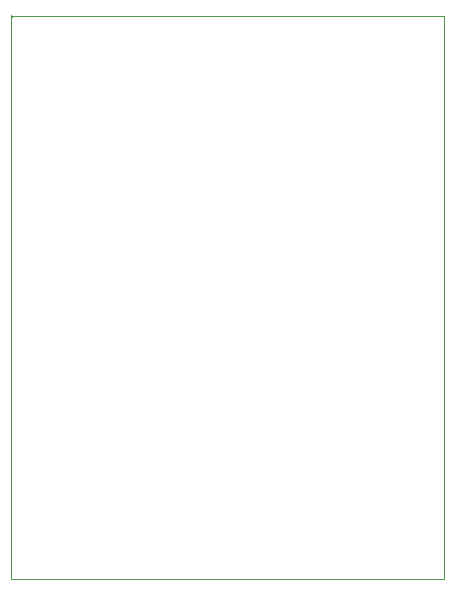
<source format=gbr>
G04 (created by PCBNEW (2013-07-07 BZR 4022)-stable) date 7/29/2015 5:29:03 PM*
%MOIN*%
G04 Gerber Fmt 3.4, Leading zero omitted, Abs format*
%FSLAX34Y34*%
G01*
G70*
G90*
G04 APERTURE LIST*
%ADD10C,0.00590551*%
%ADD11C,0.00393701*%
G04 APERTURE END LIST*
G54D10*
G54D11*
X91259Y-34681D02*
X91259Y-34708D01*
X105649Y-34681D02*
X91259Y-34681D01*
X105649Y-53460D02*
X105649Y-34681D01*
X91240Y-53460D02*
X105649Y-53460D01*
X91240Y-34649D02*
X91240Y-53460D01*
M02*

</source>
